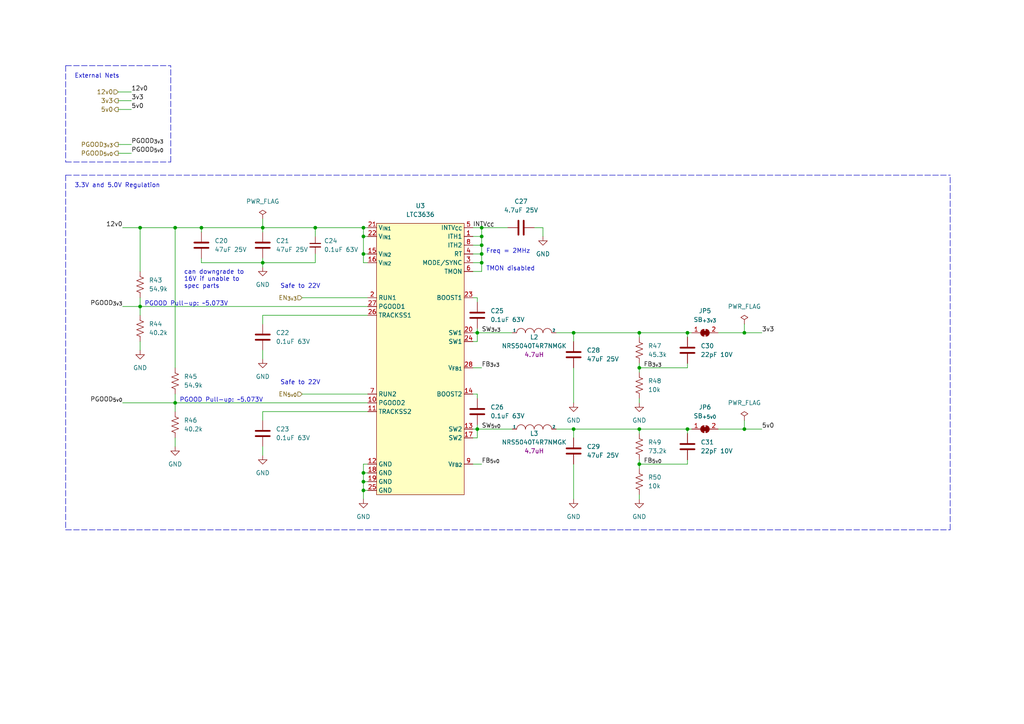
<source format=kicad_sch>
(kicad_sch (version 20211123) (generator eeschema)
  (paper "A4")
  (title_block (title "Control") (date "2023-02-09") (rev "1.0.0") (company "The A-Team (RC SSL)") (comment 1 "W. Stuckey & R. Osawa"))
  (lib_symbols
    (symbol "AT-PowerIC:LTC3636"
      (property "Reference" "U" (at 0 41.91 0))
      (property "Value" "LTC3636" (at 0 -41.91 0))
      (symbol "LTC3636_0_1"
        (rectangle (start -12.7 39.37) (end 12.7 -39.37) (stroke (width 0.1524)) (fill (type background)))
      )
      (symbol "LTC3636_1_1"
        (pin passive line (at 15.24 35.56 180) (length 2.54) (name "ITH1") (number "1"))
        (pin input line (at -15.24 -12.7 0) (length 2.54) (name "PGOOD2") (number "10"))
        (pin input line (at -15.24 -15.24 0) (length 2.54) (name "TRACKSS2") (number "11"))
        (pin power_in line (at -15.24 -30.48 0) (length 2.54) (name "GND") (number "12"))
        (pin power_out line (at 15.24 -20.32 180) (length 2.54) (name "SW2") (number "13"))
        (pin bidirectional line (at 15.24 -10.16 180) (length 2.54) (name "BOOST2") (number "14"))
        (pin power_in line (at -15.24 30.48 0) (length 2.54) (name "V_{IN2}") (number "15"))
        (pin power_in line (at -15.24 27.94 0) (length 2.54) (name "V_{IN2}") (number "16"))
        (pin passive line (at 15.24 -22.86 180) (length 2.54) (name "SW2") (number "17"))
        (pin power_in line (at -15.24 -33.02 0) (length 2.54) (name "GND") (number "18"))
        (pin power_in line (at -15.24 -35.56 0) (length 2.54) (name "GND") (number "19"))
        (pin input line (at -15.24 17.78 0) (length 2.54) (name "RUN1") (number "2"))
        (pin power_out line (at 15.24 7.62 180) (length 2.54) (name "SW1") (number "20"))
        (pin power_in line (at -15.24 38.1 0) (length 2.54) (name "V_{IN1}") (number "21"))
        (pin power_in line (at -15.24 35.56 0) (length 2.54) (name "V_{IN1}") (number "22"))
        (pin bidirectional line (at 15.24 17.78 180) (length 2.54) (name "BOOST1") (number "23"))
        (pin passive line (at 15.24 5.08 180) (length 2.54) (name "SW1") (number "24"))
        (pin power_in line (at -15.24 -38.1 0) (length 2.54) (name "GND") (number "25"))
        (pin input line (at -15.24 12.7 0) (length 2.54) (name "TRACKSS1") (number "26"))
        (pin input line (at -15.24 15.24 0) (length 2.54) (name "PGOOD1") (number "27"))
        (pin input line (at 15.24 -2.54 180) (length 2.54) (name "V_{FB1}") (number "28"))
        (pin input line (at 15.24 27.94 180) (length 2.54) (name "MODE/SYNC") (number "3"))
        (pin input line (at 15.24 30.48 180) (length 2.54) (name "RT") (number "4"))
        (pin power_out line (at 15.24 38.1 180) (length 2.54) (name "INTV_{CC}") (number "5"))
        (pin passive line (at 15.24 25.4 180) (length 2.54) (name "TMON") (number "6"))
        (pin input line (at -15.24 -10.16 0) (length 2.54) (name "RUN2") (number "7"))
        (pin passive line (at 15.24 33.02 180) (length 2.54) (name "ITH2") (number "8"))
        (pin output line (at 15.24 -30.48 180) (length 2.54) (name "V_{FB2}") (number "9"))
      )
    )
    (symbol "Device:C" (pin_numbers hide) (pin_names (offset 0.254))
      (property "Reference" "C" (at 0.635 2.54 0))
      (property "Value" "C" (at 0.635 -2.54 0))
      (symbol "C_0_1"
        (polyline (pts (xy -2.032 -0.762) (xy 2.032 -0.762)) (stroke (width 0.508)))
        (polyline (pts (xy -2.032 0.762) (xy 2.032 0.762)) (stroke (width 0.508)))
      )
      (symbol "C_1_1"
        (pin passive line (at 0 3.81 270) (length 2.794) (name "~") (number "1"))
        (pin passive line (at 0 -3.81 90) (length 2.794) (name "~") (number "2"))
      )
    )
    (symbol "Device:C_Small" (pin_numbers hide) (pin_names (offset 0.254) hide)
      (property "Reference" "C" (at 0.254 1.778 0))
      (property "Value" "C_Small" (at 0.254 -2.032 0))
      (symbol "C_Small_0_1"
        (polyline (pts (xy -1.524 -0.508) (xy 1.524 -0.508)) (stroke (width 0.3302)))
        (polyline (pts (xy -1.524 0.508) (xy 1.524 0.508)) (stroke (width 0.3048)))
      )
      (symbol "C_Small_1_1"
        (pin passive line (at 0 2.54 270) (length 2.032) (name "~") (number "1"))
        (pin passive line (at 0 -2.54 90) (length 2.032) (name "~") (number "2"))
      )
    )
    (symbol "Device:R_US" (pin_numbers hide) (pin_names (offset 0))
      (property "Reference" "R" (at 2.54 0 90))
      (property "Value" "R_US" (at -2.54 0 90))
      (symbol "R_US_0_1"
        (polyline (pts (xy 0 -2.286) (xy 0 -2.54)))
        (polyline (pts (xy 0 2.286) (xy 0 2.54)))
        (polyline (pts (xy 0 -0.762) (xy 1.016 -1.143) (xy 0 -1.524) (xy -1.016 -1.905) (xy 0 -2.286)))
        (polyline (pts (xy 0 0.762) (xy 1.016 0.381) (xy 0 0) (xy -1.016 -0.381) (xy 0 -0.762)))
        (polyline (pts (xy 0 2.286) (xy 1.016 1.905) (xy 0 1.524) (xy -1.016 1.143) (xy 0 0.762)))
      )
      (symbol "R_US_1_1"
        (pin passive line (at 0 3.81 270) (length 1.27) (name "~") (number "1"))
        (pin passive line (at 0 -3.81 90) (length 1.27) (name "~") (number "2"))
      )
    )
    (symbol "Jumper:SolderJumper_2_Bridged" (pin_names (offset 0) hide)
      (property "Reference" "JP" (at 0 2.032 0))
      (property "Value" "SolderJumper_2_Bridged" (at 0 -2.54 0))
      (symbol "SolderJumper_2_Bridged_0_1"
        (rectangle (start -0.508 0.508) (end 0.508 -0.508) (fill (type outline)))
        (arc (start -0.254 1.016) (mid -1.27 0) (end -0.254 -1.016))
        (arc (start -0.254 1.016) (mid -1.27 0) (end -0.254 -1.016) (fill (type outline)))
        (polyline (pts (xy -0.254 1.016) (xy -0.254 -1.016)))
        (polyline (pts (xy 0.254 1.016) (xy 0.254 -1.016)))
        (arc (start 0.254 -1.016) (mid 1.27 0) (end 0.254 1.016))
        (arc (start 0.254 -1.016) (mid 1.27 0) (end 0.254 1.016) (fill (type outline)))
      )
      (symbol "SolderJumper_2_Bridged_1_1"
        (pin passive line (at -3.81 0 0) (length 2.54) (name "A") (number "1"))
        (pin passive line (at 3.81 0 180) (length 2.54) (name "B") (number "2"))
      )
    )
    (symbol "power:GND" (power) (pin_names (offset 0))
      (property "Value" "GND" (at 0 -3.81 0))
      (symbol "GND_0_1"
        (polyline (pts (xy 0 0) (xy 0 -1.27) (xy 1.27 -1.27) (xy 0 -2.54) (xy -1.27 -1.27) (xy 0 -1.27)))
      )
      (symbol "GND_1_1"
        (pin power_in line (at 0 0 270) (length 0) hide (name "GND") (number "1"))
      )
    )
    (symbol "power:PWR_FLAG" (power) (pin_numbers hide) (pin_names (offset 0) hide)
      (property "Value" "PWR_FLAG" (at 0 3.81 0))
      (symbol "PWR_FLAG_0_0"
        (pin power_out line (at 0 0 90) (length 0) (name "pwr") (number "1"))
      )
      (symbol "PWR_FLAG_0_1"
        (polyline (pts (xy 0 0) (xy 0 1.27) (xy -1.016 1.905) (xy 0 2.54) (xy 1.016 1.905) (xy 0 1.27)))
      )
    )
    (symbol "pspice:INDUCTOR" (pin_numbers hide) (pin_names (offset 0))
      (property "Reference" "L" (at 0 2.54 0))
      (property "Value" "INDUCTOR" (at 0 -1.27 0))
      (symbol "INDUCTOR_0_1"
        (arc (start -2.54 0) (mid -3.81 1.27) (end -5.08 0))
        (arc (start 0 0) (mid -1.27 1.27) (end -2.54 0))
        (arc (start 2.54 0) (mid 1.27 1.27) (end 0 0))
        (arc (start 5.08 0) (mid 3.81 1.27) (end 2.54 0))
      )
      (symbol "INDUCTOR_1_1"
        (pin input line (at -6.35 0 0) (length 1.27) (name "1") (number "1"))
        (pin input line (at 6.35 0 180) (length 1.27) (name "2") (number "2"))
      )
    )
  )
  (junction (at 76.2 76.2) (diameter 0.9144))
  (junction (at 40.64 66.04) (diameter 0.9144))
  (junction (at 166.37 96.52) (diameter 0.9144))
  (junction (at 185.42 134.62) (diameter 0.9144))
  (junction (at 105.41 142.24) (diameter 0.9144))
  (junction (at 139.7 68.58) (diameter 0.9144))
  (junction (at 58.42 66.04) (diameter 0.9144))
  (junction (at 40.64 88.9) (diameter 0.9144))
  (junction (at 185.42 106.68) (diameter 0.9144))
  (junction (at 91.44 66.04))
  (junction (at 185.42 96.52))
  (junction (at 139.7 76.2))
  (junction (at 105.41 139.7) (diameter 0.9144))
  (junction (at 199.39 124.46))
  (junction (at 139.7 73.66) (diameter 0.9144))
  (junction (at 215.9 96.52))
  (junction (at 105.41 73.66) (diameter 0.9144))
  (junction (at 105.41 137.16) (diameter 0.9144))
  (junction (at 139.7 71.12) (diameter 0.9144))
  (junction (at 166.37 124.46) (diameter 0.9144))
  (junction (at 50.8 116.84) (diameter 0.9144))
  (junction (at 185.42 124.46))
  (junction (at 199.39 96.52))
  (junction (at 138.43 96.52) (diameter 0.9144))
  (junction (at 105.41 68.58) (diameter 0.9144))
  (junction (at 50.8 66.04) (diameter 0.9144))
  (junction (at 105.41 66.04) (diameter 0.9144))
  (junction (at 76.2 66.04) (diameter 0.9144))
  (junction (at 215.9 124.46))
  (junction (at 139.7 66.04) (diameter 0.9144))
  (junction (at 138.43 124.46) (diameter 0.9144))
  (wire (pts (xy 76.2 63.5) (xy 76.2 66.04)))
  (wire (pts (xy 105.41 76.2) (xy 105.41 73.66)))
  (wire (pts (xy 76.2 91.44) (xy 106.68 91.44)))
  (wire (pts (xy 185.42 106.68) (xy 185.42 107.95)))
  (wire (pts (xy 50.8 127) (xy 50.8 129.54)))
  (wire (pts (xy 76.2 129.54) (xy 76.2 132.08)))
  (wire (pts (xy 105.41 137.16) (xy 105.41 139.7)))
  (wire (pts (xy 137.16 71.12) (xy 139.7 71.12)))
  (wire (pts (xy 166.37 106.68) (xy 166.37 116.84)))
  (wire (pts (xy 35.56 66.04) (xy 40.64 66.04)))
  (wire (pts (xy 40.64 99.06) (xy 40.64 101.6)))
  (wire (pts (xy 138.43 124.46) (xy 138.43 127)))
  (wire (pts (xy 139.7 66.04) (xy 137.16 66.04)))
  (wire (pts (xy 137.16 124.46) (xy 138.43 124.46)))
  (wire (pts (xy 215.9 96.52) (xy 220.98 96.52)))
  (wire (pts (xy 138.43 124.46) (xy 138.43 123.19)))
  (wire (pts (xy 138.43 86.36) (xy 138.43 87.63)))
  (wire (pts (xy 137.16 68.58) (xy 139.7 68.58)))
  (wire (pts (xy 138.43 96.52) (xy 148.59 96.52)))
  (wire (pts (xy 76.2 66.04) (xy 76.2 67.31)))
  (wire (pts (xy 91.44 66.04) (xy 91.44 68.58)))
  (wire (pts (xy 139.7 71.12) (xy 139.7 68.58)))
  (wire (pts (xy 185.42 143.51) (xy 185.42 144.78)))
  (polyline (pts (xy 19.05 50.8) (xy 19.05 153.67)) (stroke (width 0) (type dash)))
  (polyline (pts (xy 19.05 50.8) (xy 275.59 50.8)) (stroke (width 0) (type dash)))
  (polyline (pts (xy 19.05 153.67) (xy 275.59 153.67)) (stroke (width 0) (type dash)))
  (polyline (pts (xy 275.59 153.67) (xy 275.59 50.8)) (stroke (width 0) (type dash)))
  (wire (pts (xy 34.29 26.67) (xy 38.1 26.67)))
  (wire (pts (xy 166.37 96.52) (xy 185.42 96.52)))
  (wire (pts (xy 40.64 88.9) (xy 106.68 88.9)))
  (wire (pts (xy 166.37 124.46) (xy 185.42 124.46)))
  (wire (pts (xy 50.8 116.84) (xy 106.68 116.84)))
  (wire (pts (xy 185.42 124.46) (xy 199.39 124.46)))
  (wire (pts (xy 199.39 133.35) (xy 199.39 134.62)))
  (wire (pts (xy 161.29 96.52) (xy 166.37 96.52)))
  (wire (pts (xy 35.56 116.84) (xy 50.8 116.84)))
  (wire (pts (xy 76.2 76.2) (xy 76.2 77.47)))
  (wire (pts (xy 91.44 73.66) (xy 91.44 76.2)))
  (wire (pts (xy 105.41 68.58) (xy 106.68 68.58)))
  (wire (pts (xy 105.41 68.58) (xy 105.41 66.04)))
  (wire (pts (xy 76.2 101.6) (xy 76.2 104.14)))
  (wire (pts (xy 215.9 121.92) (xy 215.9 124.46)))
  (wire (pts (xy 185.42 134.62) (xy 199.39 134.62)))
  (wire (pts (xy 139.7 73.66) (xy 139.7 71.12)))
  (wire (pts (xy 76.2 66.04) (xy 58.42 66.04)))
  (wire (pts (xy 139.7 66.04) (xy 147.32 66.04)))
  (wire (pts (xy 58.42 66.04) (xy 58.42 67.31)))
  (wire (pts (xy 137.16 127) (xy 138.43 127)))
  (wire (pts (xy 76.2 74.93) (xy 76.2 76.2)))
  (wire (pts (xy 105.41 139.7) (xy 106.68 139.7)))
  (wire (pts (xy 87.63 114.3) (xy 106.68 114.3)))
  (wire (pts (xy 105.41 66.04) (xy 91.44 66.04)))
  (wire (pts (xy 185.42 133.35) (xy 185.42 134.62)))
  (wire (pts (xy 91.44 66.04) (xy 76.2 66.04)))
  (polyline (pts (xy 19.05 19.05) (xy 19.05 46.99)) (stroke (width 0) (type dash)))
  (polyline (pts (xy 19.05 19.05) (xy 49.53 19.05)) (stroke (width 0) (type dash)))
  (polyline (pts (xy 19.05 46.99) (xy 49.53 46.99)) (stroke (width 0) (type dash)))
  (polyline (pts (xy 49.53 46.99) (xy 49.53 19.05)) (stroke (width 0) (type dash)))
  (wire (pts (xy 34.29 44.45) (xy 38.1 44.45)))
  (wire (pts (xy 137.16 99.06) (xy 138.43 99.06)))
  (wire (pts (xy 50.8 66.04) (xy 40.64 66.04)))
  (wire (pts (xy 76.2 76.2) (xy 91.44 76.2)))
  (wire (pts (xy 50.8 66.04) (xy 50.8 106.68)))
  (wire (pts (xy 199.39 106.68) (xy 185.42 106.68)))
  (wire (pts (xy 137.16 76.2) (xy 139.7 76.2)))
  (wire (pts (xy 105.41 134.62) (xy 105.41 137.16)))
  (wire (pts (xy 105.41 142.24) (xy 105.41 144.78)))
  (wire (pts (xy 208.28 96.52) (xy 215.9 96.52)))
  (wire (pts (xy 138.43 96.52) (xy 138.43 95.25)))
  (wire (pts (xy 34.29 41.91) (xy 38.1 41.91)))
  (wire (pts (xy 208.28 124.46) (xy 215.9 124.46)))
  (wire (pts (xy 34.29 29.21) (xy 38.1 29.21)))
  (wire (pts (xy 185.42 124.46) (xy 185.42 125.73)))
  (wire (pts (xy 105.41 73.66) (xy 106.68 73.66)))
  (wire (pts (xy 105.41 137.16) (xy 106.68 137.16)))
  (wire (pts (xy 138.43 124.46) (xy 148.59 124.46)))
  (wire (pts (xy 34.29 31.75) (xy 38.1 31.75)))
  (wire (pts (xy 50.8 114.3) (xy 50.8 116.84)))
  (wire (pts (xy 106.68 76.2) (xy 105.41 76.2)))
  (wire (pts (xy 199.39 96.52) (xy 200.66 96.52)))
  (wire (pts (xy 58.42 74.93) (xy 58.42 76.2)))
  (wire (pts (xy 199.39 97.79) (xy 199.39 96.52)))
  (wire (pts (xy 199.39 105.41) (xy 199.39 106.68)))
  (wire (pts (xy 50.8 66.04) (xy 58.42 66.04)))
  (wire (pts (xy 138.43 99.06) (xy 138.43 96.52)))
  (wire (pts (xy 154.94 66.04) (xy 157.48 66.04)))
  (wire (pts (xy 58.42 76.2) (xy 76.2 76.2)))
  (wire (pts (xy 199.39 96.52) (xy 185.42 96.52)))
  (wire (pts (xy 137.16 86.36) (xy 138.43 86.36)))
  (wire (pts (xy 185.42 105.41) (xy 185.42 106.68)))
  (wire (pts (xy 87.63 86.36) (xy 106.68 86.36)))
  (wire (pts (xy 166.37 99.06) (xy 166.37 96.52)))
  (wire (pts (xy 76.2 121.92) (xy 76.2 119.38)))
  (wire (pts (xy 185.42 96.52) (xy 185.42 97.79)))
  (wire (pts (xy 137.16 78.74) (xy 139.7 78.74)))
  (wire (pts (xy 137.16 96.52) (xy 138.43 96.52)))
  (wire (pts (xy 215.9 124.46) (xy 220.98 124.46)))
  (wire (pts (xy 199.39 124.46) (xy 200.66 124.46)))
  (wire (pts (xy 215.9 93.98) (xy 215.9 96.52)))
  (wire (pts (xy 161.29 124.46) (xy 166.37 124.46)))
  (wire (pts (xy 199.39 125.73) (xy 199.39 124.46)))
  (wire (pts (xy 137.16 114.3) (xy 138.43 114.3)))
  (wire (pts (xy 106.68 134.62) (xy 105.41 134.62)))
  (wire (pts (xy 76.2 119.38) (xy 106.68 119.38)))
  (wire (pts (xy 166.37 134.62) (xy 166.37 144.78)))
  (wire (pts (xy 139.7 76.2) (xy 139.7 78.74)))
  (wire (pts (xy 137.16 106.68) (xy 139.7 106.68)))
  (wire (pts (xy 185.42 115.57) (xy 185.42 116.84)))
  (wire (pts (xy 76.2 93.98) (xy 76.2 91.44)))
  (wire (pts (xy 139.7 76.2) (xy 139.7 73.66)))
  (wire (pts (xy 138.43 115.57) (xy 138.43 114.3)))
  (wire (pts (xy 139.7 68.58) (xy 139.7 66.04)))
  (wire (pts (xy 40.64 86.36) (xy 40.64 88.9)))
  (wire (pts (xy 40.64 66.04) (xy 40.64 78.74)))
  (wire (pts (xy 105.41 142.24) (xy 106.68 142.24)))
  (wire (pts (xy 40.64 88.9) (xy 40.64 91.44)))
  (wire (pts (xy 137.16 73.66) (xy 139.7 73.66)))
  (wire (pts (xy 105.41 139.7) (xy 105.41 142.24)))
  (wire (pts (xy 105.41 73.66) (xy 105.41 68.58)))
  (wire (pts (xy 50.8 116.84) (xy 50.8 119.38)))
  (wire (pts (xy 105.41 66.04) (xy 106.68 66.04)))
  (wire (pts (xy 157.48 66.04) (xy 157.48 68.58)))
  (wire (pts (xy 166.37 124.46) (xy 166.37 127)))
  (wire (pts (xy 185.42 134.62) (xy 185.42 135.89)))
  (wire (pts (xy 137.16 134.62) (xy 139.7 134.62)))
  (wire (pts (xy 35.56 88.9) (xy 40.64 88.9)))
  (text "External Nets" (at 21.59 22.86 0) (effects (font (size 1.27 1.27)) (justify left bottom)))
  (text "Safe to 22V" (at 81.28 83.82 0) (effects (font (size 1.27 1.27)) (justify left bottom)))
  (text "Freq = 2MHz" (at 140.97 73.66 0) (effects (font (size 1.27 1.27)) (justify left bottom)))
  (text "PGOOD Pull-up: ~5.073V" (at 41.91 88.9 0) (effects (font (size 1.27 1.27)) (justify left bottom)))
  (text "PGOOD Pull-up: ~5.073V" (at 52.07 116.84 0) (effects (font (size 1.27 1.27)) (justify left bottom)))
  (text "Safe to 22V" (at 81.28 111.76 0) (effects (font (size 1.27 1.27)) (justify left bottom)))
  (text "TMON disabled" (at 140.97 78.74 0) (effects (font (size 1.27 1.27)) (justify left bottom)))
  (text "3.3V and 5.0V Regulation" (at 21.59 54.61 0) (effects (font (size 1.27 1.27)) (justify left bottom)))
  (text "can downgrade to \n16V if unable to \nspec parts" (at 53.34 83.82 0) (effects (font (size 1.27 1.27)) (justify left bottom)))
  (label "3v3" (at 220.98 96.52 0))
  (label "5v0" (at 38.1 31.75 0))
  (label "3v3" (at 38.1 29.21 0))
  (label "FB_{5v0}" (at 139.7 134.62 0))
  (label "PGOOD_{5v0}" (at 35.56 116.84 180))
  (label "5v0" (at 220.98 124.46 0))
  (label "12v0" (at 35.56 66.04 180))
  (label "PGOOD_{3v3}" (at 35.56 88.9 180))
  (label "PGOOD_{5v0}" (at 38.1 44.45 0))
  (label "PGOOD_{3v3}" (at 38.1 41.91 0))
  (label "INTV_{CC}" (at 137.16 66.04 0))
  (label "SW_{5v0}" (at 139.7 124.46 0))
  (label "SW_{3v3}" (at 139.7 96.52 0))
  (label "FB_{5v0}" (at 186.69 134.62 0))
  (label "FB_{3v3}" (at 186.69 106.68 0))
  (label "FB_{3v3}" (at 139.7 106.68 0))
  (label "12v0" (at 38.1 26.67 0))
  (hierarchical_label "PGOOD_{3v3}" (shape output) (at 34.29 41.91 180))
  (hierarchical_label "3v3" (shape output) (at 34.29 29.21 180))
  (hierarchical_label "EN_{3v3}" (shape input) (at 87.63 86.36 180))
  (hierarchical_label "12v0" (shape input) (at 34.29 26.67 180))
  (hierarchical_label "EN_{5v0}" (shape input) (at 87.63 114.3 180))
  (hierarchical_label "5v0" (shape output) (at 34.29 31.75 180))
  (hierarchical_label "PGOOD_{5v0}" (shape output) (at 34.29 44.45 180))
  (symbol (lib_id "Device:C") (at 151.13 66.04 90) (unit 1)
    (property "Reference" "C27" (at 151.13 58.42 90))
    (property "Value" "4.7uF 25V" (at 151.13 60.96 90))
    (property "Footprint" "Capacitor_SMD:C_0805_2012Metric" (effects hide))
  )
  (symbol (lib_id "Device:C") (at 58.42 71.12 0) (unit 1)
    (property "Reference" "C20" (at 62.23 69.8499 0) (effects (justify left)))
    (property "Value" "47uF 25V" (at 62.23 72.3899 0) (effects (justify left)))
    (property "Footprint" "Capacitor_SMD:C_1210_3225Metric" (effects hide))
  )
  (symbol (lib_id "Device:R_US") (at 185.42 111.76 0) (unit 1)
    (property "Reference" "R48" (at 187.96 110.4899 0) (effects (justify left)))
    (property "Value" "10k" (at 187.96 113.0299 0) (effects (justify left)))
    (property "Footprint" "Resistor_SMD:R_0402_1005Metric" (effects hide))
  )
  (symbol (lib_id "power:GND") (at 76.2 77.47 0) (unit 1)
    (property "Reference" "#PWR046" (effects hide))
    (property "Value" "GND" (at 76.2 82.55 0))
  )
  (symbol (lib_id "Device:C") (at 76.2 71.12 0) (unit 1)
    (property "Reference" "C21" (at 80.01 69.8499 0) (effects (justify left)))
    (property "Value" "47uF 25V" (at 80.01 72.3899 0) (effects (justify left)))
    (property "Footprint" "Capacitor_SMD:C_1210_3225Metric" (effects hide))
  )
  (symbol (lib_id "Device:R_US") (at 50.8 123.19 180) (unit 1)
    (property "Reference" "R46" (at 53.34 121.9199 0) (effects (justify right)))
    (property "Value" "40.2k" (at 53.34 124.4599 0) (effects (justify right)))
    (property "Footprint" "Resistor_SMD:R_0402_1005Metric" (effects hide))
  )
  (symbol (lib_id "power:GND") (at 166.37 144.78 0) (unit 1)
    (property "Reference" "#PWR052" (effects hide))
    (property "Value" "GND" (at 166.37 149.86 0))
  )
  (symbol (lib_id "power:GND") (at 50.8 129.54 0) (unit 1)
    (property "Reference" "#PWR045" (effects hide))
    (property "Value" "GND" (at 50.8 134.62 0))
  )
  (symbol (lib_id "Device:R_US") (at 40.64 82.55 180) (unit 1)
    (property "Reference" "R43" (at 43.18 81.2799 0) (effects (justify right)))
    (property "Value" "54.9k" (at 43.18 83.8199 0) (effects (justify right)))
    (property "Footprint" "Resistor_SMD:R_0402_1005Metric" (effects hide))
  )
  (symbol (lib_id "Device:R_US") (at 50.8 110.49 180) (unit 1)
    (property "Reference" "R45" (at 53.34 109.2199 0) (effects (justify right)))
    (property "Value" "54.9k" (at 53.34 111.7599 0) (effects (justify right)))
    (property "Footprint" "Resistor_SMD:R_0402_1005Metric" (effects hide))
  )
  (symbol (lib_id "power:GND") (at 40.64 101.6 0) (unit 1)
    (property "Reference" "#PWR044" (effects hide))
    (property "Value" "GND" (at 40.64 106.68 0))
  )
  (symbol (lib_id "Device:C") (at 166.37 102.87 0) (unit 1)
    (property "Reference" "C28" (at 170.18 101.5999 0) (effects (justify left)))
    (property "Value" "47uF 25V" (at 170.18 104.1399 0) (effects (justify left)))
    (property "Footprint" "Capacitor_SMD:C_1210_3225Metric" (effects hide))
  )
  (symbol (lib_id "Jumper:SolderJumper_2_Bridged") (at 204.47 124.46 0) (unit 1) (in_bom no)
    (property "Reference" "JP6" (at 204.47 118.11 0))
    (property "Value" "SB_{+5v0}" (at 204.47 120.65 0))
    (property "Footprint" "AT-BoardFeatures:SolderJumper-2_2.0x1.2mm_Closed" (effects hide))
  )
  (symbol (lib_id "power:GND") (at 76.2 104.14 0) (unit 1)
    (property "Reference" "#PWR047" (effects hide))
    (property "Value" "GND" (at 76.2 109.22 0))
  )
  (symbol (lib_id "Jumper:SolderJumper_2_Bridged") (at 204.47 96.52 0) (unit 1) (in_bom no)
    (property "Reference" "JP5" (at 204.47 90.17 0))
    (property "Value" "SB_{+3v3}" (at 204.47 92.71 0))
    (property "Footprint" "AT-BoardFeatures:SolderJumper-2_2.0x1.2mm_Closed" (effects hide))
  )
  (symbol (lib_id "pspice:INDUCTOR") (at 154.94 96.52 0) (unit 1)
    (property "Reference" "L2" (at 154.94 97.79 0))
    (property "Value" "NRS5040T4R7NMGK" (at 154.94 100.33 0))
    (property "Footprint" "AT-Inductors:NRx-5040" (effects hide))
    (property "Value2" "4.7uH" (at 154.94 102.87 0))
  )
  (symbol (lib_id "Device:R_US") (at 185.42 139.7 0) (unit 1)
    (property "Reference" "R50" (at 187.96 138.4299 0) (effects (justify left)))
    (property "Value" "10k" (at 187.96 140.9699 0) (effects (justify left)))
    (property "Footprint" "Resistor_SMD:R_0402_1005Metric" (effects hide))
  )
  (symbol (lib_id "power:GND") (at 157.48 68.58 0) (unit 1)
    (property "Reference" "#PWR050" (effects hide))
    (property "Value" "GND" (at 157.48 73.66 0))
  )
  (symbol (lib_id "Device:C") (at 166.37 130.81 0) (unit 1)
    (property "Reference" "C29" (at 170.18 129.5399 0) (effects (justify left)))
    (property "Value" "47uF 25V" (at 170.18 132.0799 0) (effects (justify left)))
    (property "Footprint" "Capacitor_SMD:C_1210_3225Metric" (effects hide))
  )
  (symbol (lib_id "power:GND") (at 185.42 144.78 0) (unit 1)
    (property "Reference" "#PWR054" (effects hide))
    (property "Value" "GND" (at 185.42 149.86 0))
  )
  (symbol (lib_id "Device:R_US") (at 40.64 95.25 180) (unit 1)
    (property "Reference" "R44" (at 43.18 93.9799 0) (effects (justify right)))
    (property "Value" "40.2k" (at 43.18 96.5199 0) (effects (justify right)))
    (property "Footprint" "Resistor_SMD:R_0402_1005Metric" (effects hide))
  )
  (symbol (lib_id "AT-PowerIC:LTC3636") (at 121.92 104.14 0) (unit 1)
    (property "Reference" "U3" (at 121.92 59.69 0))
    (property "Value" "LTC3636" (at 121.92 62.23 0))
    (property "Footprint" "AT-IC:UFD_AA_NoExtraPad" (effects hide))
    (property "Datasheet" "https://www.analog.com/media/en/technical-documentation/data-sheets/ltc3636-3636-1.pdf" (effects hide))
  )
  (symbol (lib_id "Device:C") (at 138.43 91.44 0) (unit 1)
    (property "Reference" "C25" (at 142.24 90.1699 0) (effects (justify left)))
    (property "Value" "0.1uF 63V" (at 142.24 92.7099 0) (effects (justify left)))
    (property "Footprint" "Capacitor_SMD:C_0402_1005Metric" (effects hide))
  )
  (symbol (lib_id "power:GND") (at 105.41 144.78 0) (unit 1)
    (property "Reference" "#PWR049" (effects hide))
    (property "Value" "GND" (at 105.41 149.86 0))
  )
  (symbol (lib_id "power:GND") (at 185.42 116.84 0) (unit 1)
    (property "Reference" "#PWR053" (effects hide))
    (property "Value" "GND" (at 185.42 121.92 0))
  )
  (symbol (lib_id "Device:C") (at 76.2 125.73 0) (unit 1)
    (property "Reference" "C23" (at 80.01 124.4599 0) (effects (justify left)))
    (property "Value" "0.1uF 63V" (at 80.01 126.9999 0) (effects (justify left)))
    (property "Footprint" "Capacitor_SMD:C_0402_1005Metric" (effects hide))
  )
  (symbol (lib_id "Device:C") (at 76.2 97.79 0) (unit 1)
    (property "Reference" "C22" (at 80.01 96.5199 0) (effects (justify left)))
    (property "Value" "0.1uF 63V" (at 80.01 99.0599 0) (effects (justify left)))
    (property "Footprint" "Capacitor_SMD:C_0402_1005Metric" (effects hide))
  )
  (symbol (lib_id "Device:R_US") (at 185.42 129.54 0) (unit 1)
    (property "Reference" "R49" (at 187.96 128.2699 0) (effects (justify left)))
    (property "Value" "73.2k" (at 187.96 130.8099 0) (effects (justify left)))
    (property "Footprint" "Resistor_SMD:R_0402_1005Metric" (effects hide))
  )
  (symbol (lib_id "power:GND") (at 76.2 132.08 0) (unit 1)
    (property "Reference" "#PWR048" (effects hide))
    (property "Value" "GND" (at 76.2 137.16 0))
  )
  (symbol (lib_id "pspice:INDUCTOR") (at 154.94 124.46 0) (unit 1)
    (property "Reference" "L3" (at 154.94 125.73 0))
    (property "Value" "NRS5040T4R7NMGK" (at 154.94 128.27 0))
    (property "Footprint" "AT-Inductors:NRx-5040" (effects hide))
    (property "Value2" "4.7uH" (at 154.94 130.81 0))
  )
  (symbol (lib_id "Device:C") (at 138.43 119.38 0) (unit 1)
    (property "Reference" "C26" (at 142.24 118.1099 0) (effects (justify left)))
    (property "Value" "0.1uF 63V" (at 142.24 120.6499 0) (effects (justify left)))
    (property "Footprint" "Capacitor_SMD:C_0402_1005Metric" (effects hide))
  )
  (symbol (lib_id "power:PWR_FLAG") (at 215.9 121.92 0) (unit 1)
    (property "Reference" "#FLG08" (effects hide))
    (property "Value" "PWR_FLAG" (at 215.9 116.84 0))
  )
  (symbol (lib_id "power:GND") (at 166.37 116.84 0) (unit 1)
    (property "Reference" "#PWR051" (effects hide))
    (property "Value" "GND" (at 166.37 121.92 0))
  )
  (symbol (lib_id "Device:C") (at 199.39 129.54 0) (unit 1)
    (property "Reference" "C31" (at 203.2 128.2699 0) (effects (justify left)))
    (property "Value" "22pF 10V" (at 203.2 130.8099 0) (effects (justify left)))
    (property "Footprint" "Capacitor_SMD:C_0402_1005Metric" (effects hide))
  )
  (symbol (lib_id "power:PWR_FLAG") (at 76.2 63.5 0) (unit 1)
    (property "Reference" "#FLG06" (effects hide))
    (property "Value" "PWR_FLAG" (at 76.2 58.42 0))
  )
  (symbol (lib_id "power:PWR_FLAG") (at 215.9 93.98 0) (unit 1)
    (property "Reference" "#FLG07" (effects hide))
    (property "Value" "PWR_FLAG" (at 215.9 88.9 0))
  )
  (symbol (lib_id "Device:R_US") (at 185.42 101.6 0) (unit 1)
    (property "Reference" "R47" (at 187.96 100.3299 0) (effects (justify left)))
    (property "Value" "45.3k" (at 187.96 102.8699 0) (effects (justify left)))
    (property "Footprint" "Resistor_SMD:R_0402_1005Metric" (effects hide))
  )
  (symbol (lib_id "Device:C_Small") (at 91.44 71.12 0) (unit 1)
    (property "Reference" "C24" (at 93.98 69.8562 0) (effects (justify left)))
    (property "Value" "0.1uF 63V" (at 93.98 72.3962 0) (effects (justify left)))
    (property "Footprint" "Capacitor_SMD:C_0402_1005Metric" (effects hide))
  )
  (symbol (lib_id "Device:C") (at 199.39 101.6 0) (unit 1)
    (property "Reference" "C30" (at 203.2 100.3299 0) (effects (justify left)))
    (property "Value" "22pF 10V" (at 203.2 102.8699 0) (effects (justify left)))
    (property "Footprint" "Capacitor_SMD:C_0402_1005Metric" (effects hide))
  )
)
</source>
